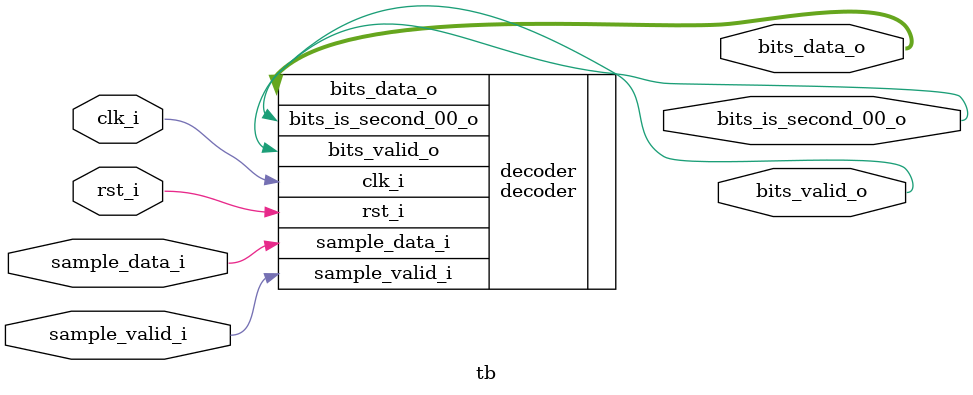
<source format=v>
`default_nettype none
`timescale 1ns/1ps

module tb (
    input        clk_i,
    input        rst_i,
    input        sample_valid_i,
    input        sample_data_i,
    output       bits_valid_o,
    output       bits_is_second_00_o,
    output [1:0] bits_data_o
);

initial begin
    $dumpfile ("tb.vcd");
    $dumpvars (0, tb);
    #1;
end

decoder decoder (
    .clk_i               (clk_i),
    .rst_i               (rst_i),
    .sample_valid_i      (sample_valid_i),
    .sample_data_i       (sample_data_i),
    .bits_valid_o        (bits_valid_o),
    .bits_is_second_00_o (bits_is_second_00_o),
    .bits_data_o         (bits_data_o)
);

endmodule

</source>
